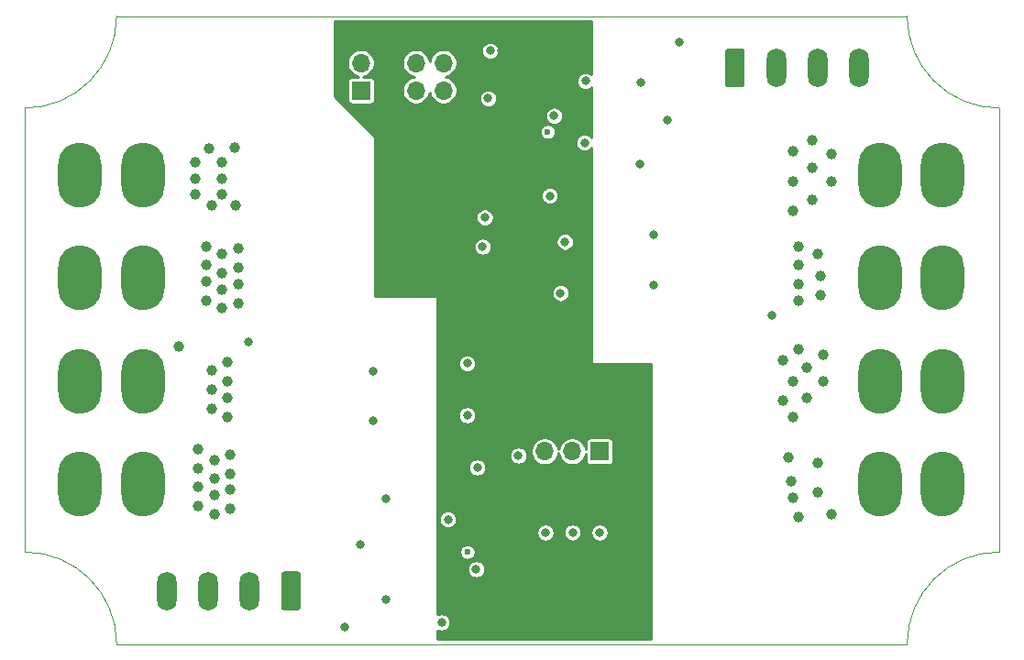
<source format=gbr>
%TF.GenerationSoftware,KiCad,Pcbnew,(5.1.8-0-10_14)*%
%TF.CreationDate,2020-11-30T14:10:51+01:00*%
%TF.ProjectId,FET_Multi,4645545f-4d75-46c7-9469-2e6b69636164,0.2.0*%
%TF.SameCoordinates,Original*%
%TF.FileFunction,Copper,L3,Inr*%
%TF.FilePolarity,Positive*%
%FSLAX46Y46*%
G04 Gerber Fmt 4.6, Leading zero omitted, Abs format (unit mm)*
G04 Created by KiCad (PCBNEW (5.1.8-0-10_14)) date 2020-11-30 14:10:51*
%MOMM*%
%LPD*%
G01*
G04 APERTURE LIST*
%TA.AperFunction,Profile*%
%ADD10C,0.050000*%
%TD*%
%TA.AperFunction,ComponentPad*%
%ADD11O,4.000000X6.000000*%
%TD*%
%TA.AperFunction,ComponentPad*%
%ADD12O,1.800000X3.600000*%
%TD*%
%TA.AperFunction,ComponentPad*%
%ADD13O,1.700000X1.700000*%
%TD*%
%TA.AperFunction,ComponentPad*%
%ADD14R,1.700000X1.700000*%
%TD*%
%TA.AperFunction,ViaPad*%
%ADD15C,0.800000*%
%TD*%
%TA.AperFunction,ViaPad*%
%ADD16C,0.600000*%
%TD*%
%TA.AperFunction,ViaPad*%
%ADD17C,1.000000*%
%TD*%
%TA.AperFunction,Conductor*%
%ADD18C,0.254000*%
%TD*%
%TA.AperFunction,Conductor*%
%ADD19C,0.100000*%
%TD*%
G04 APERTURE END LIST*
D10*
X89000000Y-65500000D02*
X89000000Y-106500000D01*
X170500000Y-115000000D02*
G75*
G02*
X179000000Y-106500000I8500000J0D01*
G01*
X89000000Y-106500000D02*
G75*
G02*
X97500000Y-115000000I0J-8500000D01*
G01*
X179000000Y-65500000D02*
G75*
G02*
X170500000Y-57000000I0J8500000D01*
G01*
X97500000Y-57000000D02*
G75*
G02*
X89000000Y-65500000I-8500000J0D01*
G01*
X179000000Y-106500000D02*
X179000000Y-65500000D01*
X170500000Y-115000000D02*
X97500000Y-115000000D01*
X170500000Y-57000000D02*
X97500000Y-57000000D01*
D11*
%TO.N,/VOUT4*%
%TO.C,J103*%
X168000000Y-71700000D03*
%TO.N,/VIN4*%
X168000000Y-81200000D03*
%TO.N,/VOUT3*%
X168000000Y-90700000D03*
%TO.N,/VIN3*%
X168000000Y-100200000D03*
%TO.N,/VOUT4*%
X173800000Y-71700000D03*
%TO.N,/VIN4*%
X173800000Y-81200000D03*
%TO.N,/VOUT3*%
X173800000Y-90700000D03*
%TO.N,/VIN3*%
X173800000Y-100200000D03*
%TD*%
%TO.N,/VOUT2*%
%TO.C,J102*%
X99900000Y-100200000D03*
%TO.N,/VIN2*%
X99900000Y-90700000D03*
%TO.N,/VOUT1*%
X99900000Y-81200000D03*
%TO.N,/VIN1*%
X99900000Y-71700000D03*
%TO.N,/VOUT2*%
X94100000Y-100200000D03*
%TO.N,/VIN2*%
X94100000Y-90700000D03*
%TO.N,/VOUT1*%
X94100000Y-81200000D03*
%TO.N,/VIN1*%
X94100000Y-71700000D03*
%TD*%
D12*
%TO.N,GND2*%
%TO.C,J303*%
X166030000Y-61800000D03*
X162220000Y-61800000D03*
%TO.N,/Opto Input/ISO_IN_4*%
X158410000Y-61800000D03*
%TO.N,/Opto Input/ISO_IN_3*%
%TA.AperFunction,ComponentPad*%
G36*
G01*
X153700000Y-63350000D02*
X153700000Y-60250000D01*
G75*
G02*
X153950000Y-60000000I250000J0D01*
G01*
X155250000Y-60000000D01*
G75*
G02*
X155500000Y-60250000I0J-250000D01*
G01*
X155500000Y-63350000D01*
G75*
G02*
X155250000Y-63600000I-250000J0D01*
G01*
X153950000Y-63600000D01*
G75*
G02*
X153700000Y-63350000I0J250000D01*
G01*
G37*
%TD.AperFunction*%
%TD*%
%TO.N,GND1*%
%TO.C,J302*%
X102170000Y-110100000D03*
X105980000Y-110100000D03*
%TO.N,/Opto Input/ISO_IN_2*%
X109790000Y-110100000D03*
%TO.N,/Opto Input/ISO_IN_1*%
%TA.AperFunction,ComponentPad*%
G36*
G01*
X114500000Y-108550000D02*
X114500000Y-111650000D01*
G75*
G02*
X114250000Y-111900000I-250000J0D01*
G01*
X112950000Y-111900000D01*
G75*
G02*
X112700000Y-111650000I0J250000D01*
G01*
X112700000Y-108550000D01*
G75*
G02*
X112950000Y-108300000I250000J0D01*
G01*
X114250000Y-108300000D01*
G75*
G02*
X114500000Y-108550000I0J-250000D01*
G01*
G37*
%TD.AperFunction*%
%TD*%
D13*
%TO.N,+3V3*%
%TO.C,J106*%
X137020000Y-99740000D03*
%TO.N,/A2*%
X137020000Y-97200000D03*
%TO.N,+3V3*%
X139560000Y-99740000D03*
%TO.N,/A1*%
X139560000Y-97200000D03*
%TO.N,+3V3*%
X142100000Y-99740000D03*
D14*
%TO.N,/A0*%
X142100000Y-97200000D03*
%TD*%
D13*
%TO.N,/SDA*%
%TO.C,J101*%
X127680000Y-61340000D03*
X127680000Y-63880000D03*
%TO.N,/SCL*%
X125140000Y-61340000D03*
X125140000Y-63880000D03*
%TO.N,+3V3*%
X122600000Y-61340000D03*
X122600000Y-63880000D03*
%TO.N,GND*%
X120060000Y-61340000D03*
D14*
X120060000Y-63880000D03*
%TD*%
D15*
%TO.N,+3V3*%
X122400000Y-66000000D03*
X122600000Y-68900000D03*
X139000000Y-91000000D03*
X129000000Y-81500000D03*
D16*
X131400000Y-86000000D03*
X129900000Y-104400000D03*
X139600000Y-67700000D03*
D15*
X128800000Y-99100000D03*
X128800000Y-108400000D03*
X134600000Y-99900000D03*
X139400000Y-73400000D03*
X133000000Y-60200000D03*
X139500000Y-66000000D03*
%TO.N,GND*%
X129876250Y-93876250D03*
X129876250Y-89076250D03*
X138900000Y-77850000D03*
X138493750Y-82593750D03*
X131500000Y-75600000D03*
X131300000Y-78300000D03*
X137100000Y-104700000D03*
X139600000Y-104700000D03*
X142100000Y-104700000D03*
D16*
X137300000Y-67700000D03*
X129900000Y-106500000D03*
D15*
X130800000Y-98700000D03*
X128100000Y-103500000D03*
X130700000Y-108100000D03*
X127500000Y-113000000D03*
X134600000Y-97600000D03*
X137500000Y-73600000D03*
X140700000Y-68700000D03*
X131800000Y-64600000D03*
X132000000Y-60200000D03*
X137900000Y-66200000D03*
X140800000Y-63000000D03*
%TO.N,GND1*%
X121200000Y-94400000D03*
X121200000Y-89800000D03*
X109700000Y-87100000D03*
X120000000Y-105800000D03*
X118600000Y-113400000D03*
X122400000Y-101600000D03*
X122400000Y-110900000D03*
%TO.N,GND2*%
X158000000Y-84600000D03*
X147100000Y-81850000D03*
X147050000Y-77200000D03*
X148350000Y-66600000D03*
X149450000Y-59400000D03*
X145800000Y-70700000D03*
X145900000Y-63100000D03*
D17*
%TO.N,/VOUT1*%
X108750000Y-80250000D03*
X108750000Y-78500000D03*
X108750000Y-81750000D03*
X108750000Y-83500000D03*
X107250000Y-79000000D03*
X107250000Y-80750000D03*
X107250000Y-82250000D03*
X107250000Y-84000000D03*
X105750000Y-83250000D03*
X105750000Y-78250000D03*
X105750000Y-80000000D03*
X105750000Y-81500000D03*
X99250000Y-79500000D03*
X99250000Y-82500000D03*
%TO.N,/VOUT2*%
X108000000Y-97500000D03*
X106500000Y-103000000D03*
X106500000Y-98000000D03*
X105000000Y-100500000D03*
X106500000Y-99750000D03*
X106500000Y-101250000D03*
X108000000Y-99250000D03*
X108000000Y-100750000D03*
X108000000Y-102500000D03*
X99750000Y-98000000D03*
X99750000Y-102250000D03*
X105000000Y-102250000D03*
X105000000Y-98750000D03*
X105000000Y-97000000D03*
%TO.N,/VOUT3*%
X159000000Y-92500000D03*
X159000000Y-88750000D03*
X160500000Y-87750000D03*
X160000000Y-94000000D03*
X160000000Y-90750000D03*
X161250000Y-92250000D03*
X161250000Y-89500000D03*
X162750000Y-90750000D03*
X169000000Y-91750000D03*
X169000000Y-89500000D03*
X162750000Y-88250000D03*
%TO.N,/VOUT4*%
X160000000Y-75000000D03*
X160000000Y-72250000D03*
X160000000Y-69500000D03*
X161750000Y-68500000D03*
X161750000Y-74000000D03*
X161750000Y-71000000D03*
X163500000Y-72250000D03*
X168750000Y-69750000D03*
X168750000Y-73250000D03*
X163500000Y-69750000D03*
%TO.N,/VIN2*%
X107750000Y-89000000D03*
X107750000Y-90750000D03*
X107750000Y-92250000D03*
X107750000Y-94000000D03*
X106250000Y-89750000D03*
X106250000Y-91500000D03*
X106250000Y-93250000D03*
X103250000Y-87500000D03*
X99750000Y-89250000D03*
X99750000Y-92000000D03*
%TO.N,/VIN1*%
X108375000Y-69125000D03*
X107250000Y-70500000D03*
X107250000Y-72000000D03*
X107250000Y-73500000D03*
X108500000Y-74500000D03*
X104750000Y-70500000D03*
X104750000Y-72000000D03*
X104750000Y-73500000D03*
X106000000Y-69250000D03*
X106250000Y-74500000D03*
X99000000Y-70000000D03*
X99000000Y-72500000D03*
%TO.N,/VIN4*%
X160500000Y-78250000D03*
X160500000Y-80000000D03*
X160500000Y-81750000D03*
X160500000Y-83250000D03*
X162250000Y-79000000D03*
X162500000Y-81000000D03*
X162500000Y-82750000D03*
X168750000Y-79000000D03*
X168750000Y-82250000D03*
%TO.N,/VIN3*%
X160000000Y-101500000D03*
X159750000Y-100000000D03*
X159500000Y-97750000D03*
X163500000Y-103000000D03*
X160500000Y-103250000D03*
X162250000Y-101000000D03*
X162250000Y-98250000D03*
X169000000Y-99000000D03*
X169000000Y-101250000D03*
%TD*%
D18*
%TO.N,+3V3*%
X141373000Y-62403447D02*
X141327181Y-62357628D01*
X141191731Y-62267123D01*
X141041227Y-62204782D01*
X140881452Y-62173000D01*
X140718548Y-62173000D01*
X140558773Y-62204782D01*
X140408269Y-62267123D01*
X140272819Y-62357628D01*
X140157628Y-62472819D01*
X140067123Y-62608269D01*
X140004782Y-62758773D01*
X139973000Y-62918548D01*
X139973000Y-63081452D01*
X140004782Y-63241227D01*
X140067123Y-63391731D01*
X140157628Y-63527181D01*
X140272819Y-63642372D01*
X140408269Y-63732877D01*
X140558773Y-63795218D01*
X140718548Y-63827000D01*
X140881452Y-63827000D01*
X141041227Y-63795218D01*
X141191731Y-63732877D01*
X141327181Y-63642372D01*
X141373000Y-63596553D01*
X141373000Y-68218657D01*
X141342372Y-68172819D01*
X141227181Y-68057628D01*
X141091731Y-67967123D01*
X140941227Y-67904782D01*
X140781452Y-67873000D01*
X140618548Y-67873000D01*
X140458773Y-67904782D01*
X140308269Y-67967123D01*
X140172819Y-68057628D01*
X140057628Y-68172819D01*
X139967123Y-68308269D01*
X139904782Y-68458773D01*
X139873000Y-68618548D01*
X139873000Y-68781452D01*
X139904782Y-68941227D01*
X139967123Y-69091731D01*
X140057628Y-69227181D01*
X140172819Y-69342372D01*
X140308269Y-69432877D01*
X140458773Y-69495218D01*
X140618548Y-69527000D01*
X140781452Y-69527000D01*
X140941227Y-69495218D01*
X141091731Y-69432877D01*
X141227181Y-69342372D01*
X141342372Y-69227181D01*
X141373000Y-69181343D01*
X141373000Y-89000000D01*
X141375440Y-89024776D01*
X141382667Y-89048601D01*
X141394403Y-89070557D01*
X141410197Y-89089803D01*
X141429443Y-89105597D01*
X141451399Y-89117333D01*
X141475224Y-89124560D01*
X141500000Y-89127000D01*
X146873000Y-89127000D01*
X146873000Y-114548000D01*
X127127000Y-114548000D01*
X127127000Y-113740636D01*
X127258773Y-113795218D01*
X127418548Y-113827000D01*
X127581452Y-113827000D01*
X127741227Y-113795218D01*
X127891731Y-113732877D01*
X128027181Y-113642372D01*
X128142372Y-113527181D01*
X128232877Y-113391731D01*
X128295218Y-113241227D01*
X128327000Y-113081452D01*
X128327000Y-112918548D01*
X128295218Y-112758773D01*
X128232877Y-112608269D01*
X128142372Y-112472819D01*
X128027181Y-112357628D01*
X127891731Y-112267123D01*
X127741227Y-112204782D01*
X127581452Y-112173000D01*
X127418548Y-112173000D01*
X127258773Y-112204782D01*
X127127000Y-112259364D01*
X127127000Y-108018548D01*
X129873000Y-108018548D01*
X129873000Y-108181452D01*
X129904782Y-108341227D01*
X129967123Y-108491731D01*
X130057628Y-108627181D01*
X130172819Y-108742372D01*
X130308269Y-108832877D01*
X130458773Y-108895218D01*
X130618548Y-108927000D01*
X130781452Y-108927000D01*
X130941227Y-108895218D01*
X131091731Y-108832877D01*
X131227181Y-108742372D01*
X131342372Y-108627181D01*
X131432877Y-108491731D01*
X131495218Y-108341227D01*
X131527000Y-108181452D01*
X131527000Y-108018548D01*
X131495218Y-107858773D01*
X131432877Y-107708269D01*
X131342372Y-107572819D01*
X131227181Y-107457628D01*
X131091731Y-107367123D01*
X130941227Y-107304782D01*
X130781452Y-107273000D01*
X130618548Y-107273000D01*
X130458773Y-107304782D01*
X130308269Y-107367123D01*
X130172819Y-107457628D01*
X130057628Y-107572819D01*
X129967123Y-107708269D01*
X129904782Y-107858773D01*
X129873000Y-108018548D01*
X127127000Y-108018548D01*
X127127000Y-106428397D01*
X129173000Y-106428397D01*
X129173000Y-106571603D01*
X129200938Y-106712058D01*
X129255741Y-106844364D01*
X129335302Y-106963436D01*
X129436564Y-107064698D01*
X129555636Y-107144259D01*
X129687942Y-107199062D01*
X129828397Y-107227000D01*
X129971603Y-107227000D01*
X130112058Y-107199062D01*
X130244364Y-107144259D01*
X130363436Y-107064698D01*
X130464698Y-106963436D01*
X130544259Y-106844364D01*
X130599062Y-106712058D01*
X130627000Y-106571603D01*
X130627000Y-106428397D01*
X130599062Y-106287942D01*
X130544259Y-106155636D01*
X130464698Y-106036564D01*
X130363436Y-105935302D01*
X130244364Y-105855741D01*
X130112058Y-105800938D01*
X129971603Y-105773000D01*
X129828397Y-105773000D01*
X129687942Y-105800938D01*
X129555636Y-105855741D01*
X129436564Y-105935302D01*
X129335302Y-106036564D01*
X129255741Y-106155636D01*
X129200938Y-106287942D01*
X129173000Y-106428397D01*
X127127000Y-106428397D01*
X127127000Y-104618548D01*
X136273000Y-104618548D01*
X136273000Y-104781452D01*
X136304782Y-104941227D01*
X136367123Y-105091731D01*
X136457628Y-105227181D01*
X136572819Y-105342372D01*
X136708269Y-105432877D01*
X136858773Y-105495218D01*
X137018548Y-105527000D01*
X137181452Y-105527000D01*
X137341227Y-105495218D01*
X137491731Y-105432877D01*
X137627181Y-105342372D01*
X137742372Y-105227181D01*
X137832877Y-105091731D01*
X137895218Y-104941227D01*
X137927000Y-104781452D01*
X137927000Y-104618548D01*
X138773000Y-104618548D01*
X138773000Y-104781452D01*
X138804782Y-104941227D01*
X138867123Y-105091731D01*
X138957628Y-105227181D01*
X139072819Y-105342372D01*
X139208269Y-105432877D01*
X139358773Y-105495218D01*
X139518548Y-105527000D01*
X139681452Y-105527000D01*
X139841227Y-105495218D01*
X139991731Y-105432877D01*
X140127181Y-105342372D01*
X140242372Y-105227181D01*
X140332877Y-105091731D01*
X140395218Y-104941227D01*
X140427000Y-104781452D01*
X140427000Y-104618548D01*
X141273000Y-104618548D01*
X141273000Y-104781452D01*
X141304782Y-104941227D01*
X141367123Y-105091731D01*
X141457628Y-105227181D01*
X141572819Y-105342372D01*
X141708269Y-105432877D01*
X141858773Y-105495218D01*
X142018548Y-105527000D01*
X142181452Y-105527000D01*
X142341227Y-105495218D01*
X142491731Y-105432877D01*
X142627181Y-105342372D01*
X142742372Y-105227181D01*
X142832877Y-105091731D01*
X142895218Y-104941227D01*
X142927000Y-104781452D01*
X142927000Y-104618548D01*
X142895218Y-104458773D01*
X142832877Y-104308269D01*
X142742372Y-104172819D01*
X142627181Y-104057628D01*
X142491731Y-103967123D01*
X142341227Y-103904782D01*
X142181452Y-103873000D01*
X142018548Y-103873000D01*
X141858773Y-103904782D01*
X141708269Y-103967123D01*
X141572819Y-104057628D01*
X141457628Y-104172819D01*
X141367123Y-104308269D01*
X141304782Y-104458773D01*
X141273000Y-104618548D01*
X140427000Y-104618548D01*
X140395218Y-104458773D01*
X140332877Y-104308269D01*
X140242372Y-104172819D01*
X140127181Y-104057628D01*
X139991731Y-103967123D01*
X139841227Y-103904782D01*
X139681452Y-103873000D01*
X139518548Y-103873000D01*
X139358773Y-103904782D01*
X139208269Y-103967123D01*
X139072819Y-104057628D01*
X138957628Y-104172819D01*
X138867123Y-104308269D01*
X138804782Y-104458773D01*
X138773000Y-104618548D01*
X137927000Y-104618548D01*
X137895218Y-104458773D01*
X137832877Y-104308269D01*
X137742372Y-104172819D01*
X137627181Y-104057628D01*
X137491731Y-103967123D01*
X137341227Y-103904782D01*
X137181452Y-103873000D01*
X137018548Y-103873000D01*
X136858773Y-103904782D01*
X136708269Y-103967123D01*
X136572819Y-104057628D01*
X136457628Y-104172819D01*
X136367123Y-104308269D01*
X136304782Y-104458773D01*
X136273000Y-104618548D01*
X127127000Y-104618548D01*
X127127000Y-103418548D01*
X127273000Y-103418548D01*
X127273000Y-103581452D01*
X127304782Y-103741227D01*
X127367123Y-103891731D01*
X127457628Y-104027181D01*
X127572819Y-104142372D01*
X127708269Y-104232877D01*
X127858773Y-104295218D01*
X128018548Y-104327000D01*
X128181452Y-104327000D01*
X128341227Y-104295218D01*
X128491731Y-104232877D01*
X128627181Y-104142372D01*
X128742372Y-104027181D01*
X128832877Y-103891731D01*
X128895218Y-103741227D01*
X128927000Y-103581452D01*
X128927000Y-103418548D01*
X128895218Y-103258773D01*
X128832877Y-103108269D01*
X128742372Y-102972819D01*
X128627181Y-102857628D01*
X128491731Y-102767123D01*
X128341227Y-102704782D01*
X128181452Y-102673000D01*
X128018548Y-102673000D01*
X127858773Y-102704782D01*
X127708269Y-102767123D01*
X127572819Y-102857628D01*
X127457628Y-102972819D01*
X127367123Y-103108269D01*
X127304782Y-103258773D01*
X127273000Y-103418548D01*
X127127000Y-103418548D01*
X127127000Y-98618548D01*
X129973000Y-98618548D01*
X129973000Y-98781452D01*
X130004782Y-98941227D01*
X130067123Y-99091731D01*
X130157628Y-99227181D01*
X130272819Y-99342372D01*
X130408269Y-99432877D01*
X130558773Y-99495218D01*
X130718548Y-99527000D01*
X130881452Y-99527000D01*
X131041227Y-99495218D01*
X131191731Y-99432877D01*
X131327181Y-99342372D01*
X131442372Y-99227181D01*
X131532877Y-99091731D01*
X131595218Y-98941227D01*
X131627000Y-98781452D01*
X131627000Y-98618548D01*
X131595218Y-98458773D01*
X131532877Y-98308269D01*
X131442372Y-98172819D01*
X131327181Y-98057628D01*
X131191731Y-97967123D01*
X131041227Y-97904782D01*
X130881452Y-97873000D01*
X130718548Y-97873000D01*
X130558773Y-97904782D01*
X130408269Y-97967123D01*
X130272819Y-98057628D01*
X130157628Y-98172819D01*
X130067123Y-98308269D01*
X130004782Y-98458773D01*
X129973000Y-98618548D01*
X127127000Y-98618548D01*
X127127000Y-97518548D01*
X133773000Y-97518548D01*
X133773000Y-97681452D01*
X133804782Y-97841227D01*
X133867123Y-97991731D01*
X133957628Y-98127181D01*
X134072819Y-98242372D01*
X134208269Y-98332877D01*
X134358773Y-98395218D01*
X134518548Y-98427000D01*
X134681452Y-98427000D01*
X134841227Y-98395218D01*
X134991731Y-98332877D01*
X135127181Y-98242372D01*
X135242372Y-98127181D01*
X135332877Y-97991731D01*
X135395218Y-97841227D01*
X135427000Y-97681452D01*
X135427000Y-97518548D01*
X135395218Y-97358773D01*
X135332877Y-97208269D01*
X135243313Y-97074226D01*
X135743000Y-97074226D01*
X135743000Y-97325774D01*
X135792074Y-97572487D01*
X135888337Y-97804886D01*
X136028089Y-98014040D01*
X136205960Y-98191911D01*
X136415114Y-98331663D01*
X136647513Y-98427926D01*
X136894226Y-98477000D01*
X137145774Y-98477000D01*
X137392487Y-98427926D01*
X137624886Y-98331663D01*
X137834040Y-98191911D01*
X138011911Y-98014040D01*
X138151663Y-97804886D01*
X138247926Y-97572487D01*
X138290000Y-97360966D01*
X138332074Y-97572487D01*
X138428337Y-97804886D01*
X138568089Y-98014040D01*
X138745960Y-98191911D01*
X138955114Y-98331663D01*
X139187513Y-98427926D01*
X139434226Y-98477000D01*
X139685774Y-98477000D01*
X139932487Y-98427926D01*
X140164886Y-98331663D01*
X140374040Y-98191911D01*
X140551911Y-98014040D01*
X140691663Y-97804886D01*
X140787926Y-97572487D01*
X140820934Y-97406544D01*
X140820934Y-98050000D01*
X140829178Y-98133707D01*
X140853595Y-98214196D01*
X140893245Y-98288376D01*
X140946605Y-98353395D01*
X141011624Y-98406755D01*
X141085804Y-98446405D01*
X141166293Y-98470822D01*
X141250000Y-98479066D01*
X142950000Y-98479066D01*
X143033707Y-98470822D01*
X143114196Y-98446405D01*
X143188376Y-98406755D01*
X143253395Y-98353395D01*
X143306755Y-98288376D01*
X143346405Y-98214196D01*
X143370822Y-98133707D01*
X143379066Y-98050000D01*
X143379066Y-96350000D01*
X143370822Y-96266293D01*
X143346405Y-96185804D01*
X143306755Y-96111624D01*
X143253395Y-96046605D01*
X143188376Y-95993245D01*
X143114196Y-95953595D01*
X143033707Y-95929178D01*
X142950000Y-95920934D01*
X141250000Y-95920934D01*
X141166293Y-95929178D01*
X141085804Y-95953595D01*
X141011624Y-95993245D01*
X140946605Y-96046605D01*
X140893245Y-96111624D01*
X140853595Y-96185804D01*
X140829178Y-96266293D01*
X140820934Y-96350000D01*
X140820934Y-96993456D01*
X140787926Y-96827513D01*
X140691663Y-96595114D01*
X140551911Y-96385960D01*
X140374040Y-96208089D01*
X140164886Y-96068337D01*
X139932487Y-95972074D01*
X139685774Y-95923000D01*
X139434226Y-95923000D01*
X139187513Y-95972074D01*
X138955114Y-96068337D01*
X138745960Y-96208089D01*
X138568089Y-96385960D01*
X138428337Y-96595114D01*
X138332074Y-96827513D01*
X138290000Y-97039034D01*
X138247926Y-96827513D01*
X138151663Y-96595114D01*
X138011911Y-96385960D01*
X137834040Y-96208089D01*
X137624886Y-96068337D01*
X137392487Y-95972074D01*
X137145774Y-95923000D01*
X136894226Y-95923000D01*
X136647513Y-95972074D01*
X136415114Y-96068337D01*
X136205960Y-96208089D01*
X136028089Y-96385960D01*
X135888337Y-96595114D01*
X135792074Y-96827513D01*
X135743000Y-97074226D01*
X135243313Y-97074226D01*
X135242372Y-97072819D01*
X135127181Y-96957628D01*
X134991731Y-96867123D01*
X134841227Y-96804782D01*
X134681452Y-96773000D01*
X134518548Y-96773000D01*
X134358773Y-96804782D01*
X134208269Y-96867123D01*
X134072819Y-96957628D01*
X133957628Y-97072819D01*
X133867123Y-97208269D01*
X133804782Y-97358773D01*
X133773000Y-97518548D01*
X127127000Y-97518548D01*
X127127000Y-93794798D01*
X129049250Y-93794798D01*
X129049250Y-93957702D01*
X129081032Y-94117477D01*
X129143373Y-94267981D01*
X129233878Y-94403431D01*
X129349069Y-94518622D01*
X129484519Y-94609127D01*
X129635023Y-94671468D01*
X129794798Y-94703250D01*
X129957702Y-94703250D01*
X130117477Y-94671468D01*
X130267981Y-94609127D01*
X130403431Y-94518622D01*
X130518622Y-94403431D01*
X130609127Y-94267981D01*
X130671468Y-94117477D01*
X130703250Y-93957702D01*
X130703250Y-93794798D01*
X130671468Y-93635023D01*
X130609127Y-93484519D01*
X130518622Y-93349069D01*
X130403431Y-93233878D01*
X130267981Y-93143373D01*
X130117477Y-93081032D01*
X129957702Y-93049250D01*
X129794798Y-93049250D01*
X129635023Y-93081032D01*
X129484519Y-93143373D01*
X129349069Y-93233878D01*
X129233878Y-93349069D01*
X129143373Y-93484519D01*
X129081032Y-93635023D01*
X129049250Y-93794798D01*
X127127000Y-93794798D01*
X127127000Y-88994798D01*
X129049250Y-88994798D01*
X129049250Y-89157702D01*
X129081032Y-89317477D01*
X129143373Y-89467981D01*
X129233878Y-89603431D01*
X129349069Y-89718622D01*
X129484519Y-89809127D01*
X129635023Y-89871468D01*
X129794798Y-89903250D01*
X129957702Y-89903250D01*
X130117477Y-89871468D01*
X130267981Y-89809127D01*
X130403431Y-89718622D01*
X130518622Y-89603431D01*
X130609127Y-89467981D01*
X130671468Y-89317477D01*
X130703250Y-89157702D01*
X130703250Y-88994798D01*
X130671468Y-88835023D01*
X130609127Y-88684519D01*
X130518622Y-88549069D01*
X130403431Y-88433878D01*
X130267981Y-88343373D01*
X130117477Y-88281032D01*
X129957702Y-88249250D01*
X129794798Y-88249250D01*
X129635023Y-88281032D01*
X129484519Y-88343373D01*
X129349069Y-88433878D01*
X129233878Y-88549069D01*
X129143373Y-88684519D01*
X129081032Y-88835023D01*
X129049250Y-88994798D01*
X127127000Y-88994798D01*
X127127000Y-83000000D01*
X127124560Y-82975224D01*
X127117333Y-82951399D01*
X127105597Y-82929443D01*
X127089803Y-82910197D01*
X127070557Y-82894403D01*
X127048601Y-82882667D01*
X127024776Y-82875440D01*
X127000000Y-82873000D01*
X121377000Y-82873000D01*
X121377000Y-82512298D01*
X137666750Y-82512298D01*
X137666750Y-82675202D01*
X137698532Y-82834977D01*
X137760873Y-82985481D01*
X137851378Y-83120931D01*
X137966569Y-83236122D01*
X138102019Y-83326627D01*
X138252523Y-83388968D01*
X138412298Y-83420750D01*
X138575202Y-83420750D01*
X138734977Y-83388968D01*
X138885481Y-83326627D01*
X139020931Y-83236122D01*
X139136122Y-83120931D01*
X139226627Y-82985481D01*
X139288968Y-82834977D01*
X139320750Y-82675202D01*
X139320750Y-82512298D01*
X139288968Y-82352523D01*
X139226627Y-82202019D01*
X139136122Y-82066569D01*
X139020931Y-81951378D01*
X138885481Y-81860873D01*
X138734977Y-81798532D01*
X138575202Y-81766750D01*
X138412298Y-81766750D01*
X138252523Y-81798532D01*
X138102019Y-81860873D01*
X137966569Y-81951378D01*
X137851378Y-82066569D01*
X137760873Y-82202019D01*
X137698532Y-82352523D01*
X137666750Y-82512298D01*
X121377000Y-82512298D01*
X121377000Y-78218548D01*
X130473000Y-78218548D01*
X130473000Y-78381452D01*
X130504782Y-78541227D01*
X130567123Y-78691731D01*
X130657628Y-78827181D01*
X130772819Y-78942372D01*
X130908269Y-79032877D01*
X131058773Y-79095218D01*
X131218548Y-79127000D01*
X131381452Y-79127000D01*
X131541227Y-79095218D01*
X131691731Y-79032877D01*
X131827181Y-78942372D01*
X131942372Y-78827181D01*
X132032877Y-78691731D01*
X132095218Y-78541227D01*
X132127000Y-78381452D01*
X132127000Y-78218548D01*
X132095218Y-78058773D01*
X132032877Y-77908269D01*
X131942372Y-77772819D01*
X131938101Y-77768548D01*
X138073000Y-77768548D01*
X138073000Y-77931452D01*
X138104782Y-78091227D01*
X138167123Y-78241731D01*
X138257628Y-78377181D01*
X138372819Y-78492372D01*
X138508269Y-78582877D01*
X138658773Y-78645218D01*
X138818548Y-78677000D01*
X138981452Y-78677000D01*
X139141227Y-78645218D01*
X139291731Y-78582877D01*
X139427181Y-78492372D01*
X139542372Y-78377181D01*
X139632877Y-78241731D01*
X139695218Y-78091227D01*
X139727000Y-77931452D01*
X139727000Y-77768548D01*
X139695218Y-77608773D01*
X139632877Y-77458269D01*
X139542372Y-77322819D01*
X139427181Y-77207628D01*
X139291731Y-77117123D01*
X139141227Y-77054782D01*
X138981452Y-77023000D01*
X138818548Y-77023000D01*
X138658773Y-77054782D01*
X138508269Y-77117123D01*
X138372819Y-77207628D01*
X138257628Y-77322819D01*
X138167123Y-77458269D01*
X138104782Y-77608773D01*
X138073000Y-77768548D01*
X131938101Y-77768548D01*
X131827181Y-77657628D01*
X131691731Y-77567123D01*
X131541227Y-77504782D01*
X131381452Y-77473000D01*
X131218548Y-77473000D01*
X131058773Y-77504782D01*
X130908269Y-77567123D01*
X130772819Y-77657628D01*
X130657628Y-77772819D01*
X130567123Y-77908269D01*
X130504782Y-78058773D01*
X130473000Y-78218548D01*
X121377000Y-78218548D01*
X121377000Y-75518548D01*
X130673000Y-75518548D01*
X130673000Y-75681452D01*
X130704782Y-75841227D01*
X130767123Y-75991731D01*
X130857628Y-76127181D01*
X130972819Y-76242372D01*
X131108269Y-76332877D01*
X131258773Y-76395218D01*
X131418548Y-76427000D01*
X131581452Y-76427000D01*
X131741227Y-76395218D01*
X131891731Y-76332877D01*
X132027181Y-76242372D01*
X132142372Y-76127181D01*
X132232877Y-75991731D01*
X132295218Y-75841227D01*
X132327000Y-75681452D01*
X132327000Y-75518548D01*
X132295218Y-75358773D01*
X132232877Y-75208269D01*
X132142372Y-75072819D01*
X132027181Y-74957628D01*
X131891731Y-74867123D01*
X131741227Y-74804782D01*
X131581452Y-74773000D01*
X131418548Y-74773000D01*
X131258773Y-74804782D01*
X131108269Y-74867123D01*
X130972819Y-74957628D01*
X130857628Y-75072819D01*
X130767123Y-75208269D01*
X130704782Y-75358773D01*
X130673000Y-75518548D01*
X121377000Y-75518548D01*
X121377000Y-73518548D01*
X136673000Y-73518548D01*
X136673000Y-73681452D01*
X136704782Y-73841227D01*
X136767123Y-73991731D01*
X136857628Y-74127181D01*
X136972819Y-74242372D01*
X137108269Y-74332877D01*
X137258773Y-74395218D01*
X137418548Y-74427000D01*
X137581452Y-74427000D01*
X137741227Y-74395218D01*
X137891731Y-74332877D01*
X138027181Y-74242372D01*
X138142372Y-74127181D01*
X138232877Y-73991731D01*
X138295218Y-73841227D01*
X138327000Y-73681452D01*
X138327000Y-73518548D01*
X138295218Y-73358773D01*
X138232877Y-73208269D01*
X138142372Y-73072819D01*
X138027181Y-72957628D01*
X137891731Y-72867123D01*
X137741227Y-72804782D01*
X137581452Y-72773000D01*
X137418548Y-72773000D01*
X137258773Y-72804782D01*
X137108269Y-72867123D01*
X136972819Y-72957628D01*
X136857628Y-73072819D01*
X136767123Y-73208269D01*
X136704782Y-73358773D01*
X136673000Y-73518548D01*
X121377000Y-73518548D01*
X121377000Y-68250000D01*
X121374560Y-68225224D01*
X121367333Y-68201399D01*
X121355597Y-68179443D01*
X121339803Y-68160197D01*
X120808003Y-67628397D01*
X136573000Y-67628397D01*
X136573000Y-67771603D01*
X136600938Y-67912058D01*
X136655741Y-68044364D01*
X136735302Y-68163436D01*
X136836564Y-68264698D01*
X136955636Y-68344259D01*
X137087942Y-68399062D01*
X137228397Y-68427000D01*
X137371603Y-68427000D01*
X137512058Y-68399062D01*
X137644364Y-68344259D01*
X137763436Y-68264698D01*
X137864698Y-68163436D01*
X137944259Y-68044364D01*
X137999062Y-67912058D01*
X138027000Y-67771603D01*
X138027000Y-67628397D01*
X137999062Y-67487942D01*
X137944259Y-67355636D01*
X137864698Y-67236564D01*
X137763436Y-67135302D01*
X137644364Y-67055741D01*
X137512058Y-67000938D01*
X137371603Y-66973000D01*
X137228397Y-66973000D01*
X137087942Y-67000938D01*
X136955636Y-67055741D01*
X136836564Y-67135302D01*
X136735302Y-67236564D01*
X136655741Y-67355636D01*
X136600938Y-67487942D01*
X136573000Y-67628397D01*
X120808003Y-67628397D01*
X119298154Y-66118548D01*
X137073000Y-66118548D01*
X137073000Y-66281452D01*
X137104782Y-66441227D01*
X137167123Y-66591731D01*
X137257628Y-66727181D01*
X137372819Y-66842372D01*
X137508269Y-66932877D01*
X137658773Y-66995218D01*
X137818548Y-67027000D01*
X137981452Y-67027000D01*
X138141227Y-66995218D01*
X138291731Y-66932877D01*
X138427181Y-66842372D01*
X138542372Y-66727181D01*
X138632877Y-66591731D01*
X138695218Y-66441227D01*
X138727000Y-66281452D01*
X138727000Y-66118548D01*
X138695218Y-65958773D01*
X138632877Y-65808269D01*
X138542372Y-65672819D01*
X138427181Y-65557628D01*
X138291731Y-65467123D01*
X138141227Y-65404782D01*
X137981452Y-65373000D01*
X137818548Y-65373000D01*
X137658773Y-65404782D01*
X137508269Y-65467123D01*
X137372819Y-65557628D01*
X137257628Y-65672819D01*
X137167123Y-65808269D01*
X137104782Y-65958773D01*
X137073000Y-66118548D01*
X119298154Y-66118548D01*
X117627000Y-64447394D01*
X117627000Y-63030000D01*
X118780934Y-63030000D01*
X118780934Y-64730000D01*
X118789178Y-64813707D01*
X118813595Y-64894196D01*
X118853245Y-64968376D01*
X118906605Y-65033395D01*
X118971624Y-65086755D01*
X119045804Y-65126405D01*
X119126293Y-65150822D01*
X119210000Y-65159066D01*
X120910000Y-65159066D01*
X120993707Y-65150822D01*
X121074196Y-65126405D01*
X121148376Y-65086755D01*
X121213395Y-65033395D01*
X121266755Y-64968376D01*
X121306405Y-64894196D01*
X121330822Y-64813707D01*
X121339066Y-64730000D01*
X121339066Y-63030000D01*
X121330822Y-62946293D01*
X121306405Y-62865804D01*
X121266755Y-62791624D01*
X121213395Y-62726605D01*
X121148376Y-62673245D01*
X121074196Y-62633595D01*
X120993707Y-62609178D01*
X120910000Y-62600934D01*
X120266544Y-62600934D01*
X120432487Y-62567926D01*
X120664886Y-62471663D01*
X120874040Y-62331911D01*
X121051911Y-62154040D01*
X121191663Y-61944886D01*
X121287926Y-61712487D01*
X121337000Y-61465774D01*
X121337000Y-61214226D01*
X123863000Y-61214226D01*
X123863000Y-61465774D01*
X123912074Y-61712487D01*
X124008337Y-61944886D01*
X124148089Y-62154040D01*
X124325960Y-62331911D01*
X124535114Y-62471663D01*
X124767513Y-62567926D01*
X124979034Y-62610000D01*
X124767513Y-62652074D01*
X124535114Y-62748337D01*
X124325960Y-62888089D01*
X124148089Y-63065960D01*
X124008337Y-63275114D01*
X123912074Y-63507513D01*
X123863000Y-63754226D01*
X123863000Y-64005774D01*
X123912074Y-64252487D01*
X124008337Y-64484886D01*
X124148089Y-64694040D01*
X124325960Y-64871911D01*
X124535114Y-65011663D01*
X124767513Y-65107926D01*
X125014226Y-65157000D01*
X125265774Y-65157000D01*
X125512487Y-65107926D01*
X125744886Y-65011663D01*
X125954040Y-64871911D01*
X126131911Y-64694040D01*
X126271663Y-64484886D01*
X126367926Y-64252487D01*
X126410000Y-64040966D01*
X126452074Y-64252487D01*
X126548337Y-64484886D01*
X126688089Y-64694040D01*
X126865960Y-64871911D01*
X127075114Y-65011663D01*
X127307513Y-65107926D01*
X127554226Y-65157000D01*
X127805774Y-65157000D01*
X128052487Y-65107926D01*
X128284886Y-65011663D01*
X128494040Y-64871911D01*
X128671911Y-64694040D01*
X128789170Y-64518548D01*
X130973000Y-64518548D01*
X130973000Y-64681452D01*
X131004782Y-64841227D01*
X131067123Y-64991731D01*
X131157628Y-65127181D01*
X131272819Y-65242372D01*
X131408269Y-65332877D01*
X131558773Y-65395218D01*
X131718548Y-65427000D01*
X131881452Y-65427000D01*
X132041227Y-65395218D01*
X132191731Y-65332877D01*
X132327181Y-65242372D01*
X132442372Y-65127181D01*
X132532877Y-64991731D01*
X132595218Y-64841227D01*
X132627000Y-64681452D01*
X132627000Y-64518548D01*
X132595218Y-64358773D01*
X132532877Y-64208269D01*
X132442372Y-64072819D01*
X132327181Y-63957628D01*
X132191731Y-63867123D01*
X132041227Y-63804782D01*
X131881452Y-63773000D01*
X131718548Y-63773000D01*
X131558773Y-63804782D01*
X131408269Y-63867123D01*
X131272819Y-63957628D01*
X131157628Y-64072819D01*
X131067123Y-64208269D01*
X131004782Y-64358773D01*
X130973000Y-64518548D01*
X128789170Y-64518548D01*
X128811663Y-64484886D01*
X128907926Y-64252487D01*
X128957000Y-64005774D01*
X128957000Y-63754226D01*
X128907926Y-63507513D01*
X128811663Y-63275114D01*
X128671911Y-63065960D01*
X128494040Y-62888089D01*
X128284886Y-62748337D01*
X128052487Y-62652074D01*
X127840966Y-62610000D01*
X128052487Y-62567926D01*
X128284886Y-62471663D01*
X128494040Y-62331911D01*
X128671911Y-62154040D01*
X128811663Y-61944886D01*
X128907926Y-61712487D01*
X128957000Y-61465774D01*
X128957000Y-61214226D01*
X128907926Y-60967513D01*
X128811663Y-60735114D01*
X128671911Y-60525960D01*
X128494040Y-60348089D01*
X128284886Y-60208337D01*
X128068117Y-60118548D01*
X131173000Y-60118548D01*
X131173000Y-60281452D01*
X131204782Y-60441227D01*
X131267123Y-60591731D01*
X131357628Y-60727181D01*
X131472819Y-60842372D01*
X131608269Y-60932877D01*
X131758773Y-60995218D01*
X131918548Y-61027000D01*
X132081452Y-61027000D01*
X132241227Y-60995218D01*
X132391731Y-60932877D01*
X132527181Y-60842372D01*
X132642372Y-60727181D01*
X132732877Y-60591731D01*
X132795218Y-60441227D01*
X132827000Y-60281452D01*
X132827000Y-60118548D01*
X132795218Y-59958773D01*
X132732877Y-59808269D01*
X132642372Y-59672819D01*
X132527181Y-59557628D01*
X132391731Y-59467123D01*
X132241227Y-59404782D01*
X132081452Y-59373000D01*
X131918548Y-59373000D01*
X131758773Y-59404782D01*
X131608269Y-59467123D01*
X131472819Y-59557628D01*
X131357628Y-59672819D01*
X131267123Y-59808269D01*
X131204782Y-59958773D01*
X131173000Y-60118548D01*
X128068117Y-60118548D01*
X128052487Y-60112074D01*
X127805774Y-60063000D01*
X127554226Y-60063000D01*
X127307513Y-60112074D01*
X127075114Y-60208337D01*
X126865960Y-60348089D01*
X126688089Y-60525960D01*
X126548337Y-60735114D01*
X126452074Y-60967513D01*
X126410000Y-61179034D01*
X126367926Y-60967513D01*
X126271663Y-60735114D01*
X126131911Y-60525960D01*
X125954040Y-60348089D01*
X125744886Y-60208337D01*
X125512487Y-60112074D01*
X125265774Y-60063000D01*
X125014226Y-60063000D01*
X124767513Y-60112074D01*
X124535114Y-60208337D01*
X124325960Y-60348089D01*
X124148089Y-60525960D01*
X124008337Y-60735114D01*
X123912074Y-60967513D01*
X123863000Y-61214226D01*
X121337000Y-61214226D01*
X121287926Y-60967513D01*
X121191663Y-60735114D01*
X121051911Y-60525960D01*
X120874040Y-60348089D01*
X120664886Y-60208337D01*
X120432487Y-60112074D01*
X120185774Y-60063000D01*
X119934226Y-60063000D01*
X119687513Y-60112074D01*
X119455114Y-60208337D01*
X119245960Y-60348089D01*
X119068089Y-60525960D01*
X118928337Y-60735114D01*
X118832074Y-60967513D01*
X118783000Y-61214226D01*
X118783000Y-61465774D01*
X118832074Y-61712487D01*
X118928337Y-61944886D01*
X119068089Y-62154040D01*
X119245960Y-62331911D01*
X119455114Y-62471663D01*
X119687513Y-62567926D01*
X119853456Y-62600934D01*
X119210000Y-62600934D01*
X119126293Y-62609178D01*
X119045804Y-62633595D01*
X118971624Y-62673245D01*
X118906605Y-62726605D01*
X118853245Y-62791624D01*
X118813595Y-62865804D01*
X118789178Y-62946293D01*
X118780934Y-63030000D01*
X117627000Y-63030000D01*
X117627000Y-57452000D01*
X141373000Y-57452000D01*
X141373000Y-62403447D01*
%TA.AperFunction,Conductor*%
D19*
G36*
X141373000Y-62403447D02*
G01*
X141327181Y-62357628D01*
X141191731Y-62267123D01*
X141041227Y-62204782D01*
X140881452Y-62173000D01*
X140718548Y-62173000D01*
X140558773Y-62204782D01*
X140408269Y-62267123D01*
X140272819Y-62357628D01*
X140157628Y-62472819D01*
X140067123Y-62608269D01*
X140004782Y-62758773D01*
X139973000Y-62918548D01*
X139973000Y-63081452D01*
X140004782Y-63241227D01*
X140067123Y-63391731D01*
X140157628Y-63527181D01*
X140272819Y-63642372D01*
X140408269Y-63732877D01*
X140558773Y-63795218D01*
X140718548Y-63827000D01*
X140881452Y-63827000D01*
X141041227Y-63795218D01*
X141191731Y-63732877D01*
X141327181Y-63642372D01*
X141373000Y-63596553D01*
X141373000Y-68218657D01*
X141342372Y-68172819D01*
X141227181Y-68057628D01*
X141091731Y-67967123D01*
X140941227Y-67904782D01*
X140781452Y-67873000D01*
X140618548Y-67873000D01*
X140458773Y-67904782D01*
X140308269Y-67967123D01*
X140172819Y-68057628D01*
X140057628Y-68172819D01*
X139967123Y-68308269D01*
X139904782Y-68458773D01*
X139873000Y-68618548D01*
X139873000Y-68781452D01*
X139904782Y-68941227D01*
X139967123Y-69091731D01*
X140057628Y-69227181D01*
X140172819Y-69342372D01*
X140308269Y-69432877D01*
X140458773Y-69495218D01*
X140618548Y-69527000D01*
X140781452Y-69527000D01*
X140941227Y-69495218D01*
X141091731Y-69432877D01*
X141227181Y-69342372D01*
X141342372Y-69227181D01*
X141373000Y-69181343D01*
X141373000Y-89000000D01*
X141375440Y-89024776D01*
X141382667Y-89048601D01*
X141394403Y-89070557D01*
X141410197Y-89089803D01*
X141429443Y-89105597D01*
X141451399Y-89117333D01*
X141475224Y-89124560D01*
X141500000Y-89127000D01*
X146873000Y-89127000D01*
X146873000Y-114548000D01*
X127127000Y-114548000D01*
X127127000Y-113740636D01*
X127258773Y-113795218D01*
X127418548Y-113827000D01*
X127581452Y-113827000D01*
X127741227Y-113795218D01*
X127891731Y-113732877D01*
X128027181Y-113642372D01*
X128142372Y-113527181D01*
X128232877Y-113391731D01*
X128295218Y-113241227D01*
X128327000Y-113081452D01*
X128327000Y-112918548D01*
X128295218Y-112758773D01*
X128232877Y-112608269D01*
X128142372Y-112472819D01*
X128027181Y-112357628D01*
X127891731Y-112267123D01*
X127741227Y-112204782D01*
X127581452Y-112173000D01*
X127418548Y-112173000D01*
X127258773Y-112204782D01*
X127127000Y-112259364D01*
X127127000Y-108018548D01*
X129873000Y-108018548D01*
X129873000Y-108181452D01*
X129904782Y-108341227D01*
X129967123Y-108491731D01*
X130057628Y-108627181D01*
X130172819Y-108742372D01*
X130308269Y-108832877D01*
X130458773Y-108895218D01*
X130618548Y-108927000D01*
X130781452Y-108927000D01*
X130941227Y-108895218D01*
X131091731Y-108832877D01*
X131227181Y-108742372D01*
X131342372Y-108627181D01*
X131432877Y-108491731D01*
X131495218Y-108341227D01*
X131527000Y-108181452D01*
X131527000Y-108018548D01*
X131495218Y-107858773D01*
X131432877Y-107708269D01*
X131342372Y-107572819D01*
X131227181Y-107457628D01*
X131091731Y-107367123D01*
X130941227Y-107304782D01*
X130781452Y-107273000D01*
X130618548Y-107273000D01*
X130458773Y-107304782D01*
X130308269Y-107367123D01*
X130172819Y-107457628D01*
X130057628Y-107572819D01*
X129967123Y-107708269D01*
X129904782Y-107858773D01*
X129873000Y-108018548D01*
X127127000Y-108018548D01*
X127127000Y-106428397D01*
X129173000Y-106428397D01*
X129173000Y-106571603D01*
X129200938Y-106712058D01*
X129255741Y-106844364D01*
X129335302Y-106963436D01*
X129436564Y-107064698D01*
X129555636Y-107144259D01*
X129687942Y-107199062D01*
X129828397Y-107227000D01*
X129971603Y-107227000D01*
X130112058Y-107199062D01*
X130244364Y-107144259D01*
X130363436Y-107064698D01*
X130464698Y-106963436D01*
X130544259Y-106844364D01*
X130599062Y-106712058D01*
X130627000Y-106571603D01*
X130627000Y-106428397D01*
X130599062Y-106287942D01*
X130544259Y-106155636D01*
X130464698Y-106036564D01*
X130363436Y-105935302D01*
X130244364Y-105855741D01*
X130112058Y-105800938D01*
X129971603Y-105773000D01*
X129828397Y-105773000D01*
X129687942Y-105800938D01*
X129555636Y-105855741D01*
X129436564Y-105935302D01*
X129335302Y-106036564D01*
X129255741Y-106155636D01*
X129200938Y-106287942D01*
X129173000Y-106428397D01*
X127127000Y-106428397D01*
X127127000Y-104618548D01*
X136273000Y-104618548D01*
X136273000Y-104781452D01*
X136304782Y-104941227D01*
X136367123Y-105091731D01*
X136457628Y-105227181D01*
X136572819Y-105342372D01*
X136708269Y-105432877D01*
X136858773Y-105495218D01*
X137018548Y-105527000D01*
X137181452Y-105527000D01*
X137341227Y-105495218D01*
X137491731Y-105432877D01*
X137627181Y-105342372D01*
X137742372Y-105227181D01*
X137832877Y-105091731D01*
X137895218Y-104941227D01*
X137927000Y-104781452D01*
X137927000Y-104618548D01*
X138773000Y-104618548D01*
X138773000Y-104781452D01*
X138804782Y-104941227D01*
X138867123Y-105091731D01*
X138957628Y-105227181D01*
X139072819Y-105342372D01*
X139208269Y-105432877D01*
X139358773Y-105495218D01*
X139518548Y-105527000D01*
X139681452Y-105527000D01*
X139841227Y-105495218D01*
X139991731Y-105432877D01*
X140127181Y-105342372D01*
X140242372Y-105227181D01*
X140332877Y-105091731D01*
X140395218Y-104941227D01*
X140427000Y-104781452D01*
X140427000Y-104618548D01*
X141273000Y-104618548D01*
X141273000Y-104781452D01*
X141304782Y-104941227D01*
X141367123Y-105091731D01*
X141457628Y-105227181D01*
X141572819Y-105342372D01*
X141708269Y-105432877D01*
X141858773Y-105495218D01*
X142018548Y-105527000D01*
X142181452Y-105527000D01*
X142341227Y-105495218D01*
X142491731Y-105432877D01*
X142627181Y-105342372D01*
X142742372Y-105227181D01*
X142832877Y-105091731D01*
X142895218Y-104941227D01*
X142927000Y-104781452D01*
X142927000Y-104618548D01*
X142895218Y-104458773D01*
X142832877Y-104308269D01*
X142742372Y-104172819D01*
X142627181Y-104057628D01*
X142491731Y-103967123D01*
X142341227Y-103904782D01*
X142181452Y-103873000D01*
X142018548Y-103873000D01*
X141858773Y-103904782D01*
X141708269Y-103967123D01*
X141572819Y-104057628D01*
X141457628Y-104172819D01*
X141367123Y-104308269D01*
X141304782Y-104458773D01*
X141273000Y-104618548D01*
X140427000Y-104618548D01*
X140395218Y-104458773D01*
X140332877Y-104308269D01*
X140242372Y-104172819D01*
X140127181Y-104057628D01*
X139991731Y-103967123D01*
X139841227Y-103904782D01*
X139681452Y-103873000D01*
X139518548Y-103873000D01*
X139358773Y-103904782D01*
X139208269Y-103967123D01*
X139072819Y-104057628D01*
X138957628Y-104172819D01*
X138867123Y-104308269D01*
X138804782Y-104458773D01*
X138773000Y-104618548D01*
X137927000Y-104618548D01*
X137895218Y-104458773D01*
X137832877Y-104308269D01*
X137742372Y-104172819D01*
X137627181Y-104057628D01*
X137491731Y-103967123D01*
X137341227Y-103904782D01*
X137181452Y-103873000D01*
X137018548Y-103873000D01*
X136858773Y-103904782D01*
X136708269Y-103967123D01*
X136572819Y-104057628D01*
X136457628Y-104172819D01*
X136367123Y-104308269D01*
X136304782Y-104458773D01*
X136273000Y-104618548D01*
X127127000Y-104618548D01*
X127127000Y-103418548D01*
X127273000Y-103418548D01*
X127273000Y-103581452D01*
X127304782Y-103741227D01*
X127367123Y-103891731D01*
X127457628Y-104027181D01*
X127572819Y-104142372D01*
X127708269Y-104232877D01*
X127858773Y-104295218D01*
X128018548Y-104327000D01*
X128181452Y-104327000D01*
X128341227Y-104295218D01*
X128491731Y-104232877D01*
X128627181Y-104142372D01*
X128742372Y-104027181D01*
X128832877Y-103891731D01*
X128895218Y-103741227D01*
X128927000Y-103581452D01*
X128927000Y-103418548D01*
X128895218Y-103258773D01*
X128832877Y-103108269D01*
X128742372Y-102972819D01*
X128627181Y-102857628D01*
X128491731Y-102767123D01*
X128341227Y-102704782D01*
X128181452Y-102673000D01*
X128018548Y-102673000D01*
X127858773Y-102704782D01*
X127708269Y-102767123D01*
X127572819Y-102857628D01*
X127457628Y-102972819D01*
X127367123Y-103108269D01*
X127304782Y-103258773D01*
X127273000Y-103418548D01*
X127127000Y-103418548D01*
X127127000Y-98618548D01*
X129973000Y-98618548D01*
X129973000Y-98781452D01*
X130004782Y-98941227D01*
X130067123Y-99091731D01*
X130157628Y-99227181D01*
X130272819Y-99342372D01*
X130408269Y-99432877D01*
X130558773Y-99495218D01*
X130718548Y-99527000D01*
X130881452Y-99527000D01*
X131041227Y-99495218D01*
X131191731Y-99432877D01*
X131327181Y-99342372D01*
X131442372Y-99227181D01*
X131532877Y-99091731D01*
X131595218Y-98941227D01*
X131627000Y-98781452D01*
X131627000Y-98618548D01*
X131595218Y-98458773D01*
X131532877Y-98308269D01*
X131442372Y-98172819D01*
X131327181Y-98057628D01*
X131191731Y-97967123D01*
X131041227Y-97904782D01*
X130881452Y-97873000D01*
X130718548Y-97873000D01*
X130558773Y-97904782D01*
X130408269Y-97967123D01*
X130272819Y-98057628D01*
X130157628Y-98172819D01*
X130067123Y-98308269D01*
X130004782Y-98458773D01*
X129973000Y-98618548D01*
X127127000Y-98618548D01*
X127127000Y-97518548D01*
X133773000Y-97518548D01*
X133773000Y-97681452D01*
X133804782Y-97841227D01*
X133867123Y-97991731D01*
X133957628Y-98127181D01*
X134072819Y-98242372D01*
X134208269Y-98332877D01*
X134358773Y-98395218D01*
X134518548Y-98427000D01*
X134681452Y-98427000D01*
X134841227Y-98395218D01*
X134991731Y-98332877D01*
X135127181Y-98242372D01*
X135242372Y-98127181D01*
X135332877Y-97991731D01*
X135395218Y-97841227D01*
X135427000Y-97681452D01*
X135427000Y-97518548D01*
X135395218Y-97358773D01*
X135332877Y-97208269D01*
X135243313Y-97074226D01*
X135743000Y-97074226D01*
X135743000Y-97325774D01*
X135792074Y-97572487D01*
X135888337Y-97804886D01*
X136028089Y-98014040D01*
X136205960Y-98191911D01*
X136415114Y-98331663D01*
X136647513Y-98427926D01*
X136894226Y-98477000D01*
X137145774Y-98477000D01*
X137392487Y-98427926D01*
X137624886Y-98331663D01*
X137834040Y-98191911D01*
X138011911Y-98014040D01*
X138151663Y-97804886D01*
X138247926Y-97572487D01*
X138290000Y-97360966D01*
X138332074Y-97572487D01*
X138428337Y-97804886D01*
X138568089Y-98014040D01*
X138745960Y-98191911D01*
X138955114Y-98331663D01*
X139187513Y-98427926D01*
X139434226Y-98477000D01*
X139685774Y-98477000D01*
X139932487Y-98427926D01*
X140164886Y-98331663D01*
X140374040Y-98191911D01*
X140551911Y-98014040D01*
X140691663Y-97804886D01*
X140787926Y-97572487D01*
X140820934Y-97406544D01*
X140820934Y-98050000D01*
X140829178Y-98133707D01*
X140853595Y-98214196D01*
X140893245Y-98288376D01*
X140946605Y-98353395D01*
X141011624Y-98406755D01*
X141085804Y-98446405D01*
X141166293Y-98470822D01*
X141250000Y-98479066D01*
X142950000Y-98479066D01*
X143033707Y-98470822D01*
X143114196Y-98446405D01*
X143188376Y-98406755D01*
X143253395Y-98353395D01*
X143306755Y-98288376D01*
X143346405Y-98214196D01*
X143370822Y-98133707D01*
X143379066Y-98050000D01*
X143379066Y-96350000D01*
X143370822Y-96266293D01*
X143346405Y-96185804D01*
X143306755Y-96111624D01*
X143253395Y-96046605D01*
X143188376Y-95993245D01*
X143114196Y-95953595D01*
X143033707Y-95929178D01*
X142950000Y-95920934D01*
X141250000Y-95920934D01*
X141166293Y-95929178D01*
X141085804Y-95953595D01*
X141011624Y-95993245D01*
X140946605Y-96046605D01*
X140893245Y-96111624D01*
X140853595Y-96185804D01*
X140829178Y-96266293D01*
X140820934Y-96350000D01*
X140820934Y-96993456D01*
X140787926Y-96827513D01*
X140691663Y-96595114D01*
X140551911Y-96385960D01*
X140374040Y-96208089D01*
X140164886Y-96068337D01*
X139932487Y-95972074D01*
X139685774Y-95923000D01*
X139434226Y-95923000D01*
X139187513Y-95972074D01*
X138955114Y-96068337D01*
X138745960Y-96208089D01*
X138568089Y-96385960D01*
X138428337Y-96595114D01*
X138332074Y-96827513D01*
X138290000Y-97039034D01*
X138247926Y-96827513D01*
X138151663Y-96595114D01*
X138011911Y-96385960D01*
X137834040Y-96208089D01*
X137624886Y-96068337D01*
X137392487Y-95972074D01*
X137145774Y-95923000D01*
X136894226Y-95923000D01*
X136647513Y-95972074D01*
X136415114Y-96068337D01*
X136205960Y-96208089D01*
X136028089Y-96385960D01*
X135888337Y-96595114D01*
X135792074Y-96827513D01*
X135743000Y-97074226D01*
X135243313Y-97074226D01*
X135242372Y-97072819D01*
X135127181Y-96957628D01*
X134991731Y-96867123D01*
X134841227Y-96804782D01*
X134681452Y-96773000D01*
X134518548Y-96773000D01*
X134358773Y-96804782D01*
X134208269Y-96867123D01*
X134072819Y-96957628D01*
X133957628Y-97072819D01*
X133867123Y-97208269D01*
X133804782Y-97358773D01*
X133773000Y-97518548D01*
X127127000Y-97518548D01*
X127127000Y-93794798D01*
X129049250Y-93794798D01*
X129049250Y-93957702D01*
X129081032Y-94117477D01*
X129143373Y-94267981D01*
X129233878Y-94403431D01*
X129349069Y-94518622D01*
X129484519Y-94609127D01*
X129635023Y-94671468D01*
X129794798Y-94703250D01*
X129957702Y-94703250D01*
X130117477Y-94671468D01*
X130267981Y-94609127D01*
X130403431Y-94518622D01*
X130518622Y-94403431D01*
X130609127Y-94267981D01*
X130671468Y-94117477D01*
X130703250Y-93957702D01*
X130703250Y-93794798D01*
X130671468Y-93635023D01*
X130609127Y-93484519D01*
X130518622Y-93349069D01*
X130403431Y-93233878D01*
X130267981Y-93143373D01*
X130117477Y-93081032D01*
X129957702Y-93049250D01*
X129794798Y-93049250D01*
X129635023Y-93081032D01*
X129484519Y-93143373D01*
X129349069Y-93233878D01*
X129233878Y-93349069D01*
X129143373Y-93484519D01*
X129081032Y-93635023D01*
X129049250Y-93794798D01*
X127127000Y-93794798D01*
X127127000Y-88994798D01*
X129049250Y-88994798D01*
X129049250Y-89157702D01*
X129081032Y-89317477D01*
X129143373Y-89467981D01*
X129233878Y-89603431D01*
X129349069Y-89718622D01*
X129484519Y-89809127D01*
X129635023Y-89871468D01*
X129794798Y-89903250D01*
X129957702Y-89903250D01*
X130117477Y-89871468D01*
X130267981Y-89809127D01*
X130403431Y-89718622D01*
X130518622Y-89603431D01*
X130609127Y-89467981D01*
X130671468Y-89317477D01*
X130703250Y-89157702D01*
X130703250Y-88994798D01*
X130671468Y-88835023D01*
X130609127Y-88684519D01*
X130518622Y-88549069D01*
X130403431Y-88433878D01*
X130267981Y-88343373D01*
X130117477Y-88281032D01*
X129957702Y-88249250D01*
X129794798Y-88249250D01*
X129635023Y-88281032D01*
X129484519Y-88343373D01*
X129349069Y-88433878D01*
X129233878Y-88549069D01*
X129143373Y-88684519D01*
X129081032Y-88835023D01*
X129049250Y-88994798D01*
X127127000Y-88994798D01*
X127127000Y-83000000D01*
X127124560Y-82975224D01*
X127117333Y-82951399D01*
X127105597Y-82929443D01*
X127089803Y-82910197D01*
X127070557Y-82894403D01*
X127048601Y-82882667D01*
X127024776Y-82875440D01*
X127000000Y-82873000D01*
X121377000Y-82873000D01*
X121377000Y-82512298D01*
X137666750Y-82512298D01*
X137666750Y-82675202D01*
X137698532Y-82834977D01*
X137760873Y-82985481D01*
X137851378Y-83120931D01*
X137966569Y-83236122D01*
X138102019Y-83326627D01*
X138252523Y-83388968D01*
X138412298Y-83420750D01*
X138575202Y-83420750D01*
X138734977Y-83388968D01*
X138885481Y-83326627D01*
X139020931Y-83236122D01*
X139136122Y-83120931D01*
X139226627Y-82985481D01*
X139288968Y-82834977D01*
X139320750Y-82675202D01*
X139320750Y-82512298D01*
X139288968Y-82352523D01*
X139226627Y-82202019D01*
X139136122Y-82066569D01*
X139020931Y-81951378D01*
X138885481Y-81860873D01*
X138734977Y-81798532D01*
X138575202Y-81766750D01*
X138412298Y-81766750D01*
X138252523Y-81798532D01*
X138102019Y-81860873D01*
X137966569Y-81951378D01*
X137851378Y-82066569D01*
X137760873Y-82202019D01*
X137698532Y-82352523D01*
X137666750Y-82512298D01*
X121377000Y-82512298D01*
X121377000Y-78218548D01*
X130473000Y-78218548D01*
X130473000Y-78381452D01*
X130504782Y-78541227D01*
X130567123Y-78691731D01*
X130657628Y-78827181D01*
X130772819Y-78942372D01*
X130908269Y-79032877D01*
X131058773Y-79095218D01*
X131218548Y-79127000D01*
X131381452Y-79127000D01*
X131541227Y-79095218D01*
X131691731Y-79032877D01*
X131827181Y-78942372D01*
X131942372Y-78827181D01*
X132032877Y-78691731D01*
X132095218Y-78541227D01*
X132127000Y-78381452D01*
X132127000Y-78218548D01*
X132095218Y-78058773D01*
X132032877Y-77908269D01*
X131942372Y-77772819D01*
X131938101Y-77768548D01*
X138073000Y-77768548D01*
X138073000Y-77931452D01*
X138104782Y-78091227D01*
X138167123Y-78241731D01*
X138257628Y-78377181D01*
X138372819Y-78492372D01*
X138508269Y-78582877D01*
X138658773Y-78645218D01*
X138818548Y-78677000D01*
X138981452Y-78677000D01*
X139141227Y-78645218D01*
X139291731Y-78582877D01*
X139427181Y-78492372D01*
X139542372Y-78377181D01*
X139632877Y-78241731D01*
X139695218Y-78091227D01*
X139727000Y-77931452D01*
X139727000Y-77768548D01*
X139695218Y-77608773D01*
X139632877Y-77458269D01*
X139542372Y-77322819D01*
X139427181Y-77207628D01*
X139291731Y-77117123D01*
X139141227Y-77054782D01*
X138981452Y-77023000D01*
X138818548Y-77023000D01*
X138658773Y-77054782D01*
X138508269Y-77117123D01*
X138372819Y-77207628D01*
X138257628Y-77322819D01*
X138167123Y-77458269D01*
X138104782Y-77608773D01*
X138073000Y-77768548D01*
X131938101Y-77768548D01*
X131827181Y-77657628D01*
X131691731Y-77567123D01*
X131541227Y-77504782D01*
X131381452Y-77473000D01*
X131218548Y-77473000D01*
X131058773Y-77504782D01*
X130908269Y-77567123D01*
X130772819Y-77657628D01*
X130657628Y-77772819D01*
X130567123Y-77908269D01*
X130504782Y-78058773D01*
X130473000Y-78218548D01*
X121377000Y-78218548D01*
X121377000Y-75518548D01*
X130673000Y-75518548D01*
X130673000Y-75681452D01*
X130704782Y-75841227D01*
X130767123Y-75991731D01*
X130857628Y-76127181D01*
X130972819Y-76242372D01*
X131108269Y-76332877D01*
X131258773Y-76395218D01*
X131418548Y-76427000D01*
X131581452Y-76427000D01*
X131741227Y-76395218D01*
X131891731Y-76332877D01*
X132027181Y-76242372D01*
X132142372Y-76127181D01*
X132232877Y-75991731D01*
X132295218Y-75841227D01*
X132327000Y-75681452D01*
X132327000Y-75518548D01*
X132295218Y-75358773D01*
X132232877Y-75208269D01*
X132142372Y-75072819D01*
X132027181Y-74957628D01*
X131891731Y-74867123D01*
X131741227Y-74804782D01*
X131581452Y-74773000D01*
X131418548Y-74773000D01*
X131258773Y-74804782D01*
X131108269Y-74867123D01*
X130972819Y-74957628D01*
X130857628Y-75072819D01*
X130767123Y-75208269D01*
X130704782Y-75358773D01*
X130673000Y-75518548D01*
X121377000Y-75518548D01*
X121377000Y-73518548D01*
X136673000Y-73518548D01*
X136673000Y-73681452D01*
X136704782Y-73841227D01*
X136767123Y-73991731D01*
X136857628Y-74127181D01*
X136972819Y-74242372D01*
X137108269Y-74332877D01*
X137258773Y-74395218D01*
X137418548Y-74427000D01*
X137581452Y-74427000D01*
X137741227Y-74395218D01*
X137891731Y-74332877D01*
X138027181Y-74242372D01*
X138142372Y-74127181D01*
X138232877Y-73991731D01*
X138295218Y-73841227D01*
X138327000Y-73681452D01*
X138327000Y-73518548D01*
X138295218Y-73358773D01*
X138232877Y-73208269D01*
X138142372Y-73072819D01*
X138027181Y-72957628D01*
X137891731Y-72867123D01*
X137741227Y-72804782D01*
X137581452Y-72773000D01*
X137418548Y-72773000D01*
X137258773Y-72804782D01*
X137108269Y-72867123D01*
X136972819Y-72957628D01*
X136857628Y-73072819D01*
X136767123Y-73208269D01*
X136704782Y-73358773D01*
X136673000Y-73518548D01*
X121377000Y-73518548D01*
X121377000Y-68250000D01*
X121374560Y-68225224D01*
X121367333Y-68201399D01*
X121355597Y-68179443D01*
X121339803Y-68160197D01*
X120808003Y-67628397D01*
X136573000Y-67628397D01*
X136573000Y-67771603D01*
X136600938Y-67912058D01*
X136655741Y-68044364D01*
X136735302Y-68163436D01*
X136836564Y-68264698D01*
X136955636Y-68344259D01*
X137087942Y-68399062D01*
X137228397Y-68427000D01*
X137371603Y-68427000D01*
X137512058Y-68399062D01*
X137644364Y-68344259D01*
X137763436Y-68264698D01*
X137864698Y-68163436D01*
X137944259Y-68044364D01*
X137999062Y-67912058D01*
X138027000Y-67771603D01*
X138027000Y-67628397D01*
X137999062Y-67487942D01*
X137944259Y-67355636D01*
X137864698Y-67236564D01*
X137763436Y-67135302D01*
X137644364Y-67055741D01*
X137512058Y-67000938D01*
X137371603Y-66973000D01*
X137228397Y-66973000D01*
X137087942Y-67000938D01*
X136955636Y-67055741D01*
X136836564Y-67135302D01*
X136735302Y-67236564D01*
X136655741Y-67355636D01*
X136600938Y-67487942D01*
X136573000Y-67628397D01*
X120808003Y-67628397D01*
X119298154Y-66118548D01*
X137073000Y-66118548D01*
X137073000Y-66281452D01*
X137104782Y-66441227D01*
X137167123Y-66591731D01*
X137257628Y-66727181D01*
X137372819Y-66842372D01*
X137508269Y-66932877D01*
X137658773Y-66995218D01*
X137818548Y-67027000D01*
X137981452Y-67027000D01*
X138141227Y-66995218D01*
X138291731Y-66932877D01*
X138427181Y-66842372D01*
X138542372Y-66727181D01*
X138632877Y-66591731D01*
X138695218Y-66441227D01*
X138727000Y-66281452D01*
X138727000Y-66118548D01*
X138695218Y-65958773D01*
X138632877Y-65808269D01*
X138542372Y-65672819D01*
X138427181Y-65557628D01*
X138291731Y-65467123D01*
X138141227Y-65404782D01*
X137981452Y-65373000D01*
X137818548Y-65373000D01*
X137658773Y-65404782D01*
X137508269Y-65467123D01*
X137372819Y-65557628D01*
X137257628Y-65672819D01*
X137167123Y-65808269D01*
X137104782Y-65958773D01*
X137073000Y-66118548D01*
X119298154Y-66118548D01*
X117627000Y-64447394D01*
X117627000Y-63030000D01*
X118780934Y-63030000D01*
X118780934Y-64730000D01*
X118789178Y-64813707D01*
X118813595Y-64894196D01*
X118853245Y-64968376D01*
X118906605Y-65033395D01*
X118971624Y-65086755D01*
X119045804Y-65126405D01*
X119126293Y-65150822D01*
X119210000Y-65159066D01*
X120910000Y-65159066D01*
X120993707Y-65150822D01*
X121074196Y-65126405D01*
X121148376Y-65086755D01*
X121213395Y-65033395D01*
X121266755Y-64968376D01*
X121306405Y-64894196D01*
X121330822Y-64813707D01*
X121339066Y-64730000D01*
X121339066Y-63030000D01*
X121330822Y-62946293D01*
X121306405Y-62865804D01*
X121266755Y-62791624D01*
X121213395Y-62726605D01*
X121148376Y-62673245D01*
X121074196Y-62633595D01*
X120993707Y-62609178D01*
X120910000Y-62600934D01*
X120266544Y-62600934D01*
X120432487Y-62567926D01*
X120664886Y-62471663D01*
X120874040Y-62331911D01*
X121051911Y-62154040D01*
X121191663Y-61944886D01*
X121287926Y-61712487D01*
X121337000Y-61465774D01*
X121337000Y-61214226D01*
X123863000Y-61214226D01*
X123863000Y-61465774D01*
X123912074Y-61712487D01*
X124008337Y-61944886D01*
X124148089Y-62154040D01*
X124325960Y-62331911D01*
X124535114Y-62471663D01*
X124767513Y-62567926D01*
X124979034Y-62610000D01*
X124767513Y-62652074D01*
X124535114Y-62748337D01*
X124325960Y-62888089D01*
X124148089Y-63065960D01*
X124008337Y-63275114D01*
X123912074Y-63507513D01*
X123863000Y-63754226D01*
X123863000Y-64005774D01*
X123912074Y-64252487D01*
X124008337Y-64484886D01*
X124148089Y-64694040D01*
X124325960Y-64871911D01*
X124535114Y-65011663D01*
X124767513Y-65107926D01*
X125014226Y-65157000D01*
X125265774Y-65157000D01*
X125512487Y-65107926D01*
X125744886Y-65011663D01*
X125954040Y-64871911D01*
X126131911Y-64694040D01*
X126271663Y-64484886D01*
X126367926Y-64252487D01*
X126410000Y-64040966D01*
X126452074Y-64252487D01*
X126548337Y-64484886D01*
X126688089Y-64694040D01*
X126865960Y-64871911D01*
X127075114Y-65011663D01*
X127307513Y-65107926D01*
X127554226Y-65157000D01*
X127805774Y-65157000D01*
X128052487Y-65107926D01*
X128284886Y-65011663D01*
X128494040Y-64871911D01*
X128671911Y-64694040D01*
X128789170Y-64518548D01*
X130973000Y-64518548D01*
X130973000Y-64681452D01*
X131004782Y-64841227D01*
X131067123Y-64991731D01*
X131157628Y-65127181D01*
X131272819Y-65242372D01*
X131408269Y-65332877D01*
X131558773Y-65395218D01*
X131718548Y-65427000D01*
X131881452Y-65427000D01*
X132041227Y-65395218D01*
X132191731Y-65332877D01*
X132327181Y-65242372D01*
X132442372Y-65127181D01*
X132532877Y-64991731D01*
X132595218Y-64841227D01*
X132627000Y-64681452D01*
X132627000Y-64518548D01*
X132595218Y-64358773D01*
X132532877Y-64208269D01*
X132442372Y-64072819D01*
X132327181Y-63957628D01*
X132191731Y-63867123D01*
X132041227Y-63804782D01*
X131881452Y-63773000D01*
X131718548Y-63773000D01*
X131558773Y-63804782D01*
X131408269Y-63867123D01*
X131272819Y-63957628D01*
X131157628Y-64072819D01*
X131067123Y-64208269D01*
X131004782Y-64358773D01*
X130973000Y-64518548D01*
X128789170Y-64518548D01*
X128811663Y-64484886D01*
X128907926Y-64252487D01*
X128957000Y-64005774D01*
X128957000Y-63754226D01*
X128907926Y-63507513D01*
X128811663Y-63275114D01*
X128671911Y-63065960D01*
X128494040Y-62888089D01*
X128284886Y-62748337D01*
X128052487Y-62652074D01*
X127840966Y-62610000D01*
X128052487Y-62567926D01*
X128284886Y-62471663D01*
X128494040Y-62331911D01*
X128671911Y-62154040D01*
X128811663Y-61944886D01*
X128907926Y-61712487D01*
X128957000Y-61465774D01*
X128957000Y-61214226D01*
X128907926Y-60967513D01*
X128811663Y-60735114D01*
X128671911Y-60525960D01*
X128494040Y-60348089D01*
X128284886Y-60208337D01*
X128068117Y-60118548D01*
X131173000Y-60118548D01*
X131173000Y-60281452D01*
X131204782Y-60441227D01*
X131267123Y-60591731D01*
X131357628Y-60727181D01*
X131472819Y-60842372D01*
X131608269Y-60932877D01*
X131758773Y-60995218D01*
X131918548Y-61027000D01*
X132081452Y-61027000D01*
X132241227Y-60995218D01*
X132391731Y-60932877D01*
X132527181Y-60842372D01*
X132642372Y-60727181D01*
X132732877Y-60591731D01*
X132795218Y-60441227D01*
X132827000Y-60281452D01*
X132827000Y-60118548D01*
X132795218Y-59958773D01*
X132732877Y-59808269D01*
X132642372Y-59672819D01*
X132527181Y-59557628D01*
X132391731Y-59467123D01*
X132241227Y-59404782D01*
X132081452Y-59373000D01*
X131918548Y-59373000D01*
X131758773Y-59404782D01*
X131608269Y-59467123D01*
X131472819Y-59557628D01*
X131357628Y-59672819D01*
X131267123Y-59808269D01*
X131204782Y-59958773D01*
X131173000Y-60118548D01*
X128068117Y-60118548D01*
X128052487Y-60112074D01*
X127805774Y-60063000D01*
X127554226Y-60063000D01*
X127307513Y-60112074D01*
X127075114Y-60208337D01*
X126865960Y-60348089D01*
X126688089Y-60525960D01*
X126548337Y-60735114D01*
X126452074Y-60967513D01*
X126410000Y-61179034D01*
X126367926Y-60967513D01*
X126271663Y-60735114D01*
X126131911Y-60525960D01*
X125954040Y-60348089D01*
X125744886Y-60208337D01*
X125512487Y-60112074D01*
X125265774Y-60063000D01*
X125014226Y-60063000D01*
X124767513Y-60112074D01*
X124535114Y-60208337D01*
X124325960Y-60348089D01*
X124148089Y-60525960D01*
X124008337Y-60735114D01*
X123912074Y-60967513D01*
X123863000Y-61214226D01*
X121337000Y-61214226D01*
X121287926Y-60967513D01*
X121191663Y-60735114D01*
X121051911Y-60525960D01*
X120874040Y-60348089D01*
X120664886Y-60208337D01*
X120432487Y-60112074D01*
X120185774Y-60063000D01*
X119934226Y-60063000D01*
X119687513Y-60112074D01*
X119455114Y-60208337D01*
X119245960Y-60348089D01*
X119068089Y-60525960D01*
X118928337Y-60735114D01*
X118832074Y-60967513D01*
X118783000Y-61214226D01*
X118783000Y-61465774D01*
X118832074Y-61712487D01*
X118928337Y-61944886D01*
X119068089Y-62154040D01*
X119245960Y-62331911D01*
X119455114Y-62471663D01*
X119687513Y-62567926D01*
X119853456Y-62600934D01*
X119210000Y-62600934D01*
X119126293Y-62609178D01*
X119045804Y-62633595D01*
X118971624Y-62673245D01*
X118906605Y-62726605D01*
X118853245Y-62791624D01*
X118813595Y-62865804D01*
X118789178Y-62946293D01*
X118780934Y-63030000D01*
X117627000Y-63030000D01*
X117627000Y-57452000D01*
X141373000Y-57452000D01*
X141373000Y-62403447D01*
G37*
%TD.AperFunction*%
%TD*%
M02*

</source>
